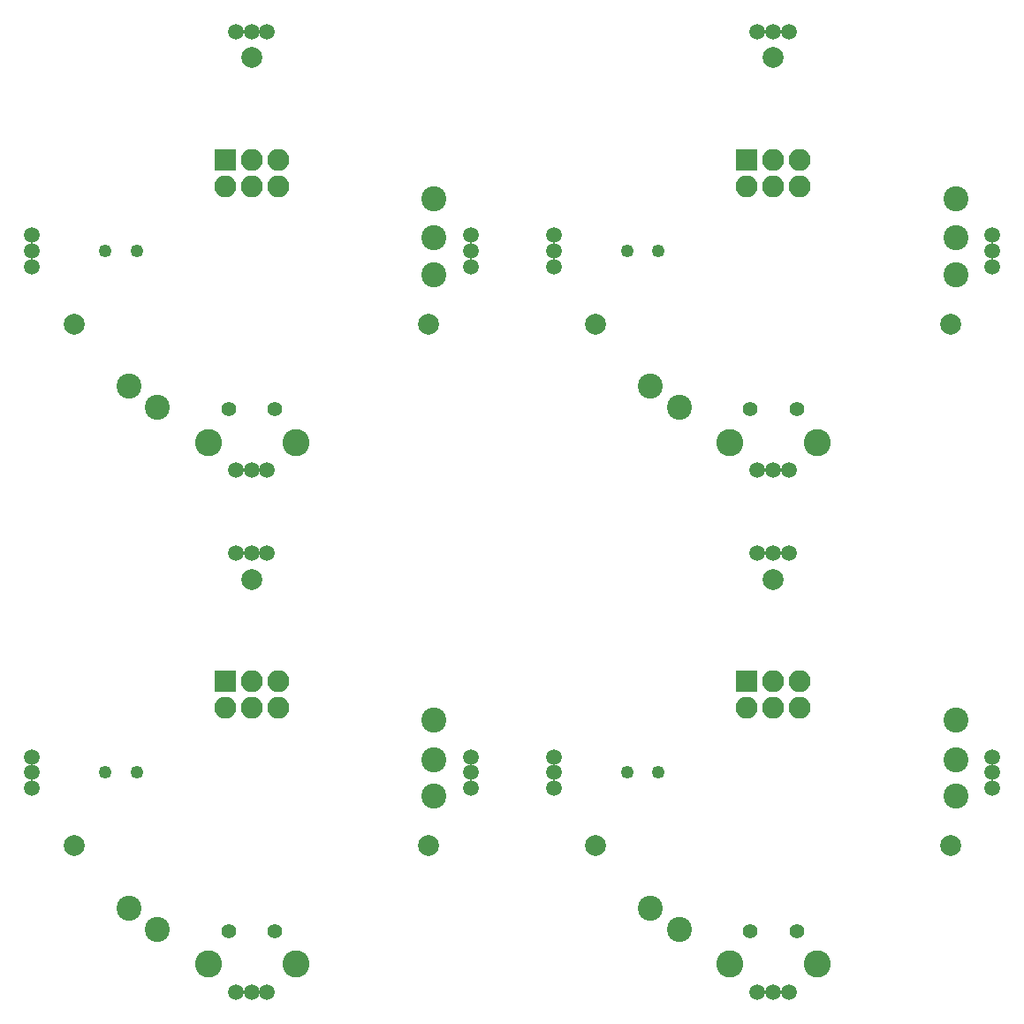
<source format=gbs>
G04 #@! TF.FileFunction,Soldermask,Bot*
%FSLAX46Y46*%
G04 Gerber Fmt 4.6, Leading zero omitted, Abs format (unit mm)*
G04 Created by KiCad (PCBNEW 4.0.7) date Wednesday 08 November 2017 'à' 20:08:32*
%MOMM*%
%LPD*%
G01*
G04 APERTURE LIST*
%ADD10C,0.100000*%
%ADD11C,1.500000*%
%ADD12C,2.000000*%
%ADD13C,1.400760*%
%ADD14C,2.599640*%
%ADD15C,2.400000*%
%ADD16R,2.100000X2.100000*%
%ADD17O,2.100000X2.100000*%
%ADD18C,1.250000*%
G04 APERTURE END LIST*
D10*
D11*
X143500000Y-114000000D03*
X193500000Y-114000000D03*
X193500000Y-64000000D03*
D12*
X212000000Y-142000000D03*
X162000000Y-142000000D03*
X212000000Y-92000000D03*
D11*
X196500000Y-156000000D03*
X146500000Y-156000000D03*
X196500000Y-106000000D03*
D13*
X197275520Y-150174880D03*
D14*
X190862020Y-153354960D03*
X199238940Y-153354960D03*
D13*
X192825440Y-150174880D03*
X147275520Y-150174880D03*
D14*
X140862020Y-153354960D03*
X149238940Y-153354960D03*
D13*
X142825440Y-150174880D03*
X197275520Y-100174880D03*
D14*
X190862020Y-103354960D03*
X199238940Y-103354960D03*
D13*
X192825440Y-100174880D03*
D11*
X193500000Y-156000000D03*
X143500000Y-156000000D03*
X193500000Y-106000000D03*
X195000000Y-156000000D03*
X145000000Y-156000000D03*
X195000000Y-106000000D03*
D15*
X212500000Y-133750000D03*
X162500000Y-133750000D03*
X212500000Y-83750000D03*
D11*
X216000000Y-135000000D03*
X166000000Y-135000000D03*
X216000000Y-85000000D03*
D15*
X212500000Y-137250000D03*
X162500000Y-137250000D03*
X212500000Y-87250000D03*
D11*
X216000000Y-136500000D03*
X166000000Y-136500000D03*
X216000000Y-86500000D03*
D15*
X212500000Y-130000000D03*
X162500000Y-130000000D03*
X212500000Y-80000000D03*
D11*
X216000000Y-133500000D03*
X166000000Y-133500000D03*
X216000000Y-83500000D03*
D16*
X192460000Y-126250000D03*
D17*
X192460000Y-128790000D03*
X195000000Y-126250000D03*
X195000000Y-128790000D03*
X197540000Y-126250000D03*
X197540000Y-128790000D03*
D16*
X142460000Y-126250000D03*
D17*
X142460000Y-128790000D03*
X145000000Y-126250000D03*
X145000000Y-128790000D03*
X147540000Y-126250000D03*
X147540000Y-128790000D03*
D16*
X192460000Y-76250000D03*
D17*
X192460000Y-78790000D03*
X195000000Y-76250000D03*
X195000000Y-78790000D03*
X197540000Y-76250000D03*
X197540000Y-78790000D03*
D11*
X196500000Y-114000000D03*
X146500000Y-114000000D03*
X196500000Y-64000000D03*
X195000000Y-114000000D03*
X145000000Y-114000000D03*
X195000000Y-64000000D03*
D12*
X195000000Y-116500000D03*
X145000000Y-116500000D03*
X195000000Y-66500000D03*
D15*
X183250000Y-148000000D03*
X133250000Y-148000000D03*
X183250000Y-98000000D03*
X186000000Y-150000000D03*
X136000000Y-150000000D03*
X186000000Y-100000000D03*
D18*
X184000000Y-135000000D03*
X181000000Y-135000000D03*
X134000000Y-135000000D03*
X131000000Y-135000000D03*
X184000000Y-85000000D03*
X181000000Y-85000000D03*
D11*
X174000000Y-133500000D03*
X124000000Y-133500000D03*
X174000000Y-83500000D03*
X174000000Y-135000000D03*
X124000000Y-135000000D03*
X174000000Y-85000000D03*
X174000000Y-136500000D03*
X124000000Y-136500000D03*
X174000000Y-86500000D03*
D12*
X178000000Y-142000000D03*
X128000000Y-142000000D03*
X178000000Y-92000000D03*
X145000000Y-66500000D03*
X162000000Y-92000000D03*
X128000000Y-92000000D03*
D11*
X166000000Y-86500000D03*
X166000000Y-83500000D03*
X166000000Y-85000000D03*
X146500000Y-106000000D03*
X145000000Y-106000000D03*
X143500000Y-106000000D03*
X124000000Y-86500000D03*
X124000000Y-85000000D03*
X124000000Y-83500000D03*
X146500000Y-64000000D03*
X145000000Y-64000000D03*
D16*
X142460000Y-76250000D03*
D17*
X142460000Y-78790000D03*
X145000000Y-76250000D03*
X145000000Y-78790000D03*
X147540000Y-76250000D03*
X147540000Y-78790000D03*
D15*
X133250000Y-98000000D03*
D13*
X147275520Y-100174880D03*
D14*
X140862020Y-103354960D03*
X149238940Y-103354960D03*
D13*
X142825440Y-100174880D03*
D15*
X162500000Y-87250000D03*
X162500000Y-83750000D03*
X162500000Y-80000000D03*
X136000000Y-100000000D03*
D18*
X134000000Y-85000000D03*
X131000000Y-85000000D03*
D11*
X143500000Y-64000000D03*
M02*

</source>
